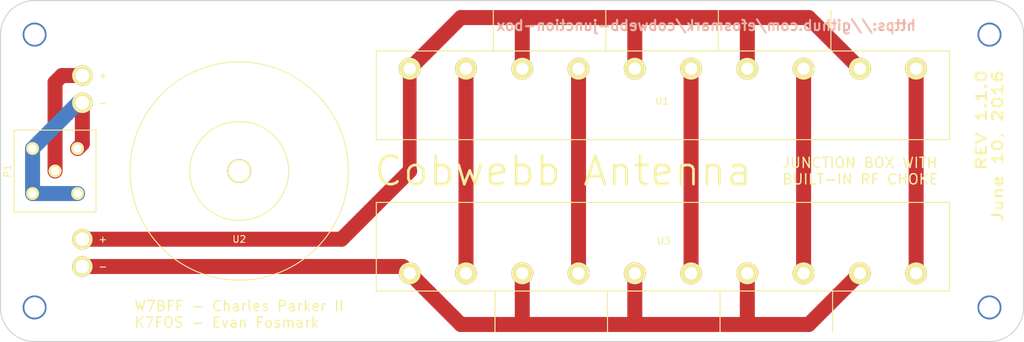
<source format=kicad_pcb>
(kicad_pcb (version 20171130) (host pcbnew "(5.1.12)-1")

  (general
    (thickness 1.6)
    (drawings 13)
    (tracks 41)
    (zones 0)
    (modules 8)
    (nets 10)
  )

  (page USLetter)
  (title_block
    (title "Cobwebb Junction Box With RF Choke")
    (date 2016-06-11)
    (rev 0.0.1)
    (company "K7FOS & W7BFF")
  )

  (layers
    (0 F.Cu signal)
    (31 B.Cu signal)
    (32 B.Adhes user)
    (33 F.Adhes user)
    (34 B.Paste user)
    (35 F.Paste user)
    (36 B.SilkS user)
    (37 F.SilkS user)
    (38 B.Mask user)
    (39 F.Mask user)
    (40 Dwgs.User user)
    (41 Cmts.User user)
    (42 Eco1.User user)
    (43 Eco2.User user hide)
    (44 Edge.Cuts user)
    (45 Margin user hide)
    (46 B.CrtYd user hide)
    (47 F.CrtYd user hide)
    (48 B.Fab user hide)
    (49 F.Fab user hide)
  )

  (setup
    (last_trace_width 2.2)
    (trace_clearance 0.3)
    (zone_clearance 0.508)
    (zone_45_only no)
    (trace_min 0.2)
    (via_size 0.6)
    (via_drill 0.4)
    (via_min_size 0.4)
    (via_min_drill 0.3)
    (uvia_size 0.3)
    (uvia_drill 0.1)
    (uvias_allowed no)
    (uvia_min_size 0.2)
    (uvia_min_drill 0.1)
    (edge_width 0.15)
    (segment_width 0.2)
    (pcb_text_width 0.3)
    (pcb_text_size 1.5 1.5)
    (mod_edge_width 0.15)
    (mod_text_size 1 1)
    (mod_text_width 0.15)
    (pad_size 3.5 3.5)
    (pad_drill 3)
    (pad_to_mask_clearance 0.2)
    (aux_axis_origin 0 0)
    (visible_elements 7FFFFFFF)
    (pcbplotparams
      (layerselection 0x010ff_80000001)
      (usegerberextensions false)
      (usegerberattributes true)
      (usegerberadvancedattributes true)
      (creategerberjobfile true)
      (excludeedgelayer false)
      (linewidth 0.100000)
      (plotframeref true)
      (viasonmask false)
      (mode 1)
      (useauxorigin false)
      (hpglpennumber 1)
      (hpglpenspeed 20)
      (hpglpendiameter 15.000000)
      (psnegative false)
      (psa4output false)
      (plotreference true)
      (plotvalue true)
      (plotinvisibletext false)
      (padsonsilk true)
      (subtractmaskfromsilk true)
      (outputformat 1)
      (mirror false)
      (drillshape 0)
      (scaleselection 1)
      (outputdirectory "resources/gerber-files/"))
  )

  (net 0 "")
  (net 1 "Net-(P1-Pad1)")
  (net 2 "Net-(P1-Pad2)")
  (net 3 "Net-(U1-Pad1)")
  (net 4 "Net-(U1-Pad10)")
  (net 5 "Net-(U1-Pad3)")
  (net 6 "Net-(U1-Pad5)")
  (net 7 "Net-(U1-Pad7)")
  (net 8 "Net-(U1-Pad9)")
  (net 9 "Net-(U2-Pad4)")

  (net_class Default "This is the default net class."
    (clearance 0.3)
    (trace_width 2.2)
    (via_dia 0.6)
    (via_drill 0.4)
    (uvia_dia 0.3)
    (uvia_drill 0.1)
    (add_net "Net-(P1-Pad1)")
    (add_net "Net-(P1-Pad2)")
    (add_net "Net-(U1-Pad1)")
    (add_net "Net-(U1-Pad10)")
    (add_net "Net-(U1-Pad3)")
    (add_net "Net-(U1-Pad5)")
    (add_net "Net-(U1-Pad7)")
    (add_net "Net-(U1-Pad9)")
    (add_net "Net-(U2-Pad4)")
  )

  (module 60-clock:1pin (layer F.Cu) (tedit 575C6FB4) (tstamp 575BC4F2)
    (at 70 75)
    (descr "module 1 pin (ou trou mecanique de percage)")
    (tags DEV)
    (fp_text reference REF**1111 (at 5 -3.048) (layer F.SilkS) hide
      (effects (font (size 1 1) (thickness 0.15)))
    )
    (fp_text value 1pin (at 5 0) (layer F.Fab)
      (effects (font (size 1 1) (thickness 0.15)))
    )
    (pad 1 thru_hole circle (at 0 0) (size 3.5 3.5) (drill 3) (layers *.Cu *.Mask))
  )

  (module 60-clock:1pin (layer F.Cu) (tedit 575C6FC8) (tstamp 575BCD09)
    (at 210 115)
    (descr "module 1 pin (ou trou mecanique de percage)")
    (tags DEV)
    (fp_text reference REF**1122 (at 0 -3.048) (layer F.SilkS) hide
      (effects (font (size 1 1) (thickness 0.15)))
    )
    (fp_text value 1pin (at 0 2.794) (layer F.Fab)
      (effects (font (size 1 1) (thickness 0.15)))
    )
    (pad 1 thru_hole circle (at 0 0) (size 3.5 3.5) (drill 3) (layers *.Cu *.Mask))
  )

  (module 60-clock:1pin (layer F.Cu) (tedit 575C6FBA) (tstamp 575BCD05)
    (at 70 115)
    (descr "module 1 pin (ou trou mecanique de percage)")
    (tags DEV)
    (fp_text reference REF**1112 (at 0 -3.048) (layer F.SilkS) hide
      (effects (font (size 1 1) (thickness 0.15)))
    )
    (fp_text value 1pin (at 0 2.794) (layer F.Fab)
      (effects (font (size 1 1) (thickness 0.15)))
    )
    (pad 1 thru_hole circle (at 0 0) (size 3.5 3.5) (drill 3) (layers *.Cu *.Mask))
  )

  (module 60-clock:1pin (layer F.Cu) (tedit 575C6FC2) (tstamp 575BCD01)
    (at 210 75)
    (descr "module 1 pin (ou trou mecanique de percage)")
    (tags DEV)
    (fp_text reference REF**1121 (at -5 -3.048) (layer F.SilkS) hide
      (effects (font (size 1 1) (thickness 0.15)))
    )
    (fp_text value 1pin (at 0 2.794) (layer F.Fab)
      (effects (font (size 1 1) (thickness 0.15)))
    )
    (pad 1 thru_hole circle (at 0 0) (size 3.5 3.5) (drill 3) (layers *.Cu *.Mask))
  )

  (module CobwebbJunctionBox:Terminal_Block_10_Pin (layer F.Cu) (tedit 575BBCC4) (tstamp 575BC1B3)
    (at 199.25 80 180)
    (path /575BAF8D)
    (fp_text reference U1 (at 37.25 -4.75 180) (layer F.SilkS)
      (effects (font (size 1 1) (thickness 0.15)))
    )
    (fp_text value Terminal_Block_10_Pin (at 36.25 -6.75 180) (layer F.Fab)
      (effects (font (size 1 1) (thickness 0.15)))
    )
    (fp_line (start 62 2.6) (end 62 8.6) (layer F.SilkS) (width 0.15))
    (fp_line (start 45.5 2.6) (end 45.5 8.6) (layer F.SilkS) (width 0.15))
    (fp_line (start 29 2.6) (end 29 8.6) (layer F.SilkS) (width 0.15))
    (fp_line (start -4.9 2.6) (end -4.9 -10.4) (layer F.SilkS) (width 0.15))
    (fp_line (start -4.9 -10.4) (end 79.15 -10.4) (layer F.SilkS) (width 0.15))
    (fp_line (start 79.15 -10.4) (end 79.15 2.6) (layer F.SilkS) (width 0.15))
    (fp_line (start 79.15 2.6) (end -4.9 2.6) (layer F.SilkS) (width 0.15))
    (fp_line (start 12.5 2.6) (end 12.5 8.6) (layer F.SilkS) (width 0.15))
    (pad 1 thru_hole circle (at 0 0 180) (size 3.2 3.2) (drill 1.8) (layers *.Cu *.Mask F.SilkS)
      (net 3 "Net-(U1-Pad1)"))
    (pad 2 thru_hole circle (at 8.25 0 180) (size 3.2 3.2) (drill 1.8) (layers *.Cu *.Mask F.SilkS)
      (net 4 "Net-(U1-Pad10)"))
    (pad 3 thru_hole circle (at 16.5 0 180) (size 3.2 3.2) (drill 1.8) (layers *.Cu *.Mask F.SilkS)
      (net 5 "Net-(U1-Pad3)"))
    (pad 4 thru_hole circle (at 24.75 0 180) (size 3.2 3.2) (drill 1.8) (layers *.Cu *.Mask F.SilkS)
      (net 4 "Net-(U1-Pad10)"))
    (pad 5 thru_hole circle (at 33 0 180) (size 3.2 3.2) (drill 1.8) (layers *.Cu *.Mask F.SilkS)
      (net 6 "Net-(U1-Pad5)"))
    (pad 6 thru_hole circle (at 41.25 0 180) (size 3.2 3.2) (drill 1.8) (layers *.Cu *.Mask F.SilkS)
      (net 4 "Net-(U1-Pad10)"))
    (pad 7 thru_hole circle (at 49.5 0 180) (size 3.2 3.2) (drill 1.8) (layers *.Cu *.Mask F.SilkS)
      (net 7 "Net-(U1-Pad7)"))
    (pad 8 thru_hole circle (at 57.75 0 180) (size 3.2 3.2) (drill 1.8) (layers *.Cu *.Mask F.SilkS)
      (net 4 "Net-(U1-Pad10)"))
    (pad 9 thru_hole circle (at 66 0 180) (size 3.2 3.2) (drill 1.8) (layers *.Cu *.Mask F.SilkS)
      (net 8 "Net-(U1-Pad9)"))
    (pad 10 thru_hole circle (at 74.25 0 180) (size 3.2 3.2) (drill 1.8) (layers *.Cu *.Mask F.SilkS)
      (net 4 "Net-(U1-Pad10)"))
  )

  (module CobwebbJunctionBox:RF_Choke_T106-2 (layer F.Cu) (tedit 575C6FE0) (tstamp 575BC1C2)
    (at 100 95)
    (path /575BB2DA)
    (fp_text reference U2 (at 0 10) (layer F.SilkS)
      (effects (font (size 1 1) (thickness 0.15)))
    )
    (fp_text value RF_Choke (at 0 -11) (layer F.Fab)
      (effects (font (size 1 1) (thickness 0.15)))
    )
    (fp_circle (center 0 0) (end 16 0) (layer F.SilkS) (width 0.15))
    (fp_circle (center 0 0) (end 7.25 0) (layer F.SilkS) (width 0.15))
    (fp_text user - (at -20 -10) (layer F.SilkS)
      (effects (font (size 1 1) (thickness 0.15)))
    )
    (fp_text user + (at -20 -14) (layer F.SilkS)
      (effects (font (size 1 1) (thickness 0.15)))
    )
    (fp_text user + (at -20 10) (layer F.SilkS)
      (effects (font (size 1 1) (thickness 0.15)))
    )
    (fp_text user - (at -20 14) (layer F.SilkS)
      (effects (font (size 1 1) (thickness 0.15)))
    )
    (pad "" thru_hole circle (at 0 0) (size 3.5 3.5) (drill 3) (layers *.Cu *.Mask F.SilkS))
    (pad 1 thru_hole circle (at -23 -14) (size 3 3) (drill 2) (layers *.Cu *.Mask F.SilkS)
      (net 2 "Net-(P1-Pad2)"))
    (pad 2 thru_hole circle (at -23 -10) (size 3 3) (drill 2) (layers *.Cu *.Mask F.SilkS)
      (net 1 "Net-(P1-Pad1)"))
    (pad 3 thru_hole circle (at -23 10) (size 3 3) (drill 2) (layers *.Cu *.Mask F.SilkS)
      (net 4 "Net-(U1-Pad10)"))
    (pad 4 thru_hole circle (at -23 14) (size 3 3) (drill 2) (layers *.Cu *.Mask F.SilkS)
      (net 9 "Net-(U2-Pad4)"))
  )

  (module CobwebbJunctionBox:Terminal_Block_10_Pin (layer F.Cu) (tedit 575BBCC4) (tstamp 575BC1D8)
    (at 125 110)
    (path /575BB028)
    (fp_text reference U3 (at 37.25 -4.75) (layer F.SilkS)
      (effects (font (size 1 1) (thickness 0.15)))
    )
    (fp_text value Terminal_Block_10_Pin (at 36.25 -6.75) (layer F.Fab)
      (effects (font (size 1 1) (thickness 0.15)))
    )
    (fp_line (start 62 2.6) (end 62 8.6) (layer F.SilkS) (width 0.15))
    (fp_line (start 45.5 2.6) (end 45.5 8.6) (layer F.SilkS) (width 0.15))
    (fp_line (start 29 2.6) (end 29 8.6) (layer F.SilkS) (width 0.15))
    (fp_line (start -4.9 2.6) (end -4.9 -10.4) (layer F.SilkS) (width 0.15))
    (fp_line (start -4.9 -10.4) (end 79.15 -10.4) (layer F.SilkS) (width 0.15))
    (fp_line (start 79.15 -10.4) (end 79.15 2.6) (layer F.SilkS) (width 0.15))
    (fp_line (start 79.15 2.6) (end -4.9 2.6) (layer F.SilkS) (width 0.15))
    (fp_line (start 12.5 2.6) (end 12.5 8.6) (layer F.SilkS) (width 0.15))
    (pad 1 thru_hole circle (at 0 0) (size 3.2 3.2) (drill 1.8) (layers *.Cu *.Mask F.SilkS)
      (net 9 "Net-(U2-Pad4)"))
    (pad 2 thru_hole circle (at 8.25 0) (size 3.2 3.2) (drill 1.8) (layers *.Cu *.Mask F.SilkS)
      (net 8 "Net-(U1-Pad9)"))
    (pad 3 thru_hole circle (at 16.5 0) (size 3.2 3.2) (drill 1.8) (layers *.Cu *.Mask F.SilkS)
      (net 9 "Net-(U2-Pad4)"))
    (pad 4 thru_hole circle (at 24.75 0) (size 3.2 3.2) (drill 1.8) (layers *.Cu *.Mask F.SilkS)
      (net 7 "Net-(U1-Pad7)"))
    (pad 5 thru_hole circle (at 33 0) (size 3.2 3.2) (drill 1.8) (layers *.Cu *.Mask F.SilkS)
      (net 9 "Net-(U2-Pad4)"))
    (pad 6 thru_hole circle (at 41.25 0) (size 3.2 3.2) (drill 1.8) (layers *.Cu *.Mask F.SilkS)
      (net 6 "Net-(U1-Pad5)"))
    (pad 7 thru_hole circle (at 49.5 0) (size 3.2 3.2) (drill 1.8) (layers *.Cu *.Mask F.SilkS)
      (net 9 "Net-(U2-Pad4)"))
    (pad 8 thru_hole circle (at 57.75 0) (size 3.2 3.2) (drill 1.8) (layers *.Cu *.Mask F.SilkS)
      (net 5 "Net-(U1-Pad3)"))
    (pad 9 thru_hole circle (at 66 0) (size 3.2 3.2) (drill 1.8) (layers *.Cu *.Mask F.SilkS)
      (net 9 "Net-(U2-Pad4)"))
    (pad 10 thru_hole circle (at 74.25 0) (size 3.2 3.2) (drill 1.8) (layers *.Cu *.Mask F.SilkS)
      (net 3 "Net-(U1-Pad1)"))
  )

  (module CobwebbJunctionBox:BNC_Connector (layer F.Cu) (tedit 575BD102) (tstamp 575BC19D)
    (at 73 95 270)
    (path /575BB235)
    (fp_text reference P1 (at 0 7 270) (layer F.SilkS)
      (effects (font (size 1 1) (thickness 0.15)))
    )
    (fp_text value BNC (at 0 -7 270) (layer F.Fab)
      (effects (font (size 1 1) (thickness 0.15)))
    )
    (fp_line (start -6 -6) (end 6 -6) (layer F.SilkS) (width 0.15))
    (fp_line (start 6 -6) (end 6 6) (layer F.SilkS) (width 0.15))
    (fp_line (start 6 6) (end -6 6) (layer F.SilkS) (width 0.15))
    (fp_line (start -6 6) (end -6 -6) (layer F.SilkS) (width 0.15))
    (pad 2 thru_hole circle (at 0 0 270) (size 1.9 1.9) (drill 1.2) (layers *.Cu *.Mask F.SilkS)
      (net 2 "Net-(P1-Pad2)"))
    (pad 1 thru_hole circle (at -3.3 -3.3 270) (size 1.9 1.9) (drill 1.2) (layers *.Cu *.Mask F.SilkS)
      (net 1 "Net-(P1-Pad1)"))
    (pad 1 thru_hole circle (at 3.3 -3.3 270) (size 1.9 1.9) (drill 1.2) (layers *.Cu *.Mask F.SilkS)
      (net 1 "Net-(P1-Pad1)"))
    (pad 1 thru_hole circle (at -3.3 3.3 270) (size 1.9 1.9) (drill 1.2) (layers *.Cu *.Mask F.SilkS)
      (net 1 "Net-(P1-Pad1)"))
    (pad 1 thru_hole circle (at 3.3 3.3 270) (size 1.9 1.9) (drill 1.2) (layers *.Cu *.Mask F.SilkS)
      (net 1 "Net-(P1-Pad1)"))
  )

  (gr_text https://github.com/efosmark/cobwebb-junction-box (at 199.39 73.66) (layer B.SilkS)
    (effects (font (size 1.5 1.5) (thickness 0.3)) (justify left mirror))
  )
  (gr_text "REV 1.1.0\nJune 10, 2016" (at 210 80 90) (layer F.SilkS)
    (effects (font (size 1.5 2) (thickness 0.3)) (justify right))
  )
  (gr_text "W7BFF - Charles Parker II\nK7FOS - Evan Fosmark" (at 84.5 116) (layer F.SilkS)
    (effects (font (size 1.5 1.5) (thickness 0.2)) (justify left))
  )
  (gr_text "JUNCTION BOX WITH\nBUILT-IN RF CHOKE" (at 179.5 95) (layer F.SilkS)
    (effects (font (size 1.5 1.5) (thickness 0.2)) (justify left))
  )
  (gr_text "Cobwebb Antenna" (at 147.5 95) (layer F.SilkS)
    (effects (font (size 4.2 4.2) (thickness 0.4)))
  )
  (gr_arc (start 210 75) (end 210 70) (angle 90) (layer Edge.Cuts) (width 0.15))
  (gr_arc (start 210 115) (end 215 115) (angle 90) (layer Edge.Cuts) (width 0.15))
  (gr_arc (start 70 115) (end 70 120) (angle 90) (layer Edge.Cuts) (width 0.15))
  (gr_arc (start 70 75) (end 65 75) (angle 90) (layer Edge.Cuts) (width 0.15))
  (gr_line (start 210 70) (end 70 70) (layer Edge.Cuts) (width 0.15))
  (gr_line (start 215 115) (end 215 75) (layer Edge.Cuts) (width 0.15))
  (gr_line (start 70 120) (end 210 120) (layer Edge.Cuts) (width 0.15))
  (gr_line (start 65 75) (end 65 115) (layer Edge.Cuts) (width 0.15))

  (segment (start 69.7 98.3) (end 76.3 98.3) (width 2.2) (layer B.Cu) (net 1))
  (segment (start 69.7 91.7) (end 69.7 98.3) (width 2.2) (layer B.Cu) (net 1))
  (segment (start 77 85) (end 76.4 85) (width 2.2) (layer B.Cu) (net 1))
  (segment (start 76.4 85) (end 69.7 91.7) (width 2.2) (layer B.Cu) (net 1))
  (segment (start 77 85) (end 77 91) (width 2.2) (layer F.Cu) (net 1))
  (segment (start 77 91) (end 76.3 91.7) (width 2.2) (layer F.Cu) (net 1))
  (segment (start 73 95) (end 73 82) (width 2.2) (layer F.Cu) (net 2))
  (segment (start 73 82) (end 74 81) (width 2.2) (layer F.Cu) (net 2))
  (segment (start 74 81) (end 77 81) (width 2.2) (layer F.Cu) (net 2))
  (segment (start 199.25 80) (end 199.25 110) (width 2.2) (layer F.Cu) (net 3))
  (segment (start 174 72.5) (end 158 72.5) (width 2.2) (layer F.Cu) (net 4))
  (segment (start 191 80) (end 183.5 72.5) (width 2.2) (layer F.Cu) (net 4))
  (segment (start 183.5 72.5) (end 174 72.5) (width 2.2) (layer F.Cu) (net 4))
  (segment (start 125 80) (end 132.5 72.5) (width 2.2) (layer F.Cu) (net 4))
  (segment (start 132.5 72.5) (end 142 72.5) (width 2.2) (layer F.Cu) (net 4))
  (segment (start 141.5 80) (end 141.5 73) (width 2.2) (layer F.Cu) (net 4))
  (segment (start 141.5 73) (end 142 72.5) (width 2.2) (layer F.Cu) (net 4))
  (segment (start 158 80) (end 158 72.5) (width 2.2) (layer F.Cu) (net 4))
  (segment (start 142 72.5) (end 158 72.5) (width 2.2) (layer F.Cu) (net 4))
  (segment (start 174.5 80) (end 174.5 73) (width 2.2) (layer F.Cu) (net 4))
  (segment (start 174.5 73) (end 174 72.5) (width 2.2) (layer F.Cu) (net 4))
  (segment (start 77 105) (end 115 105) (width 2.2) (layer F.Cu) (net 4))
  (segment (start 115 105) (end 125 95) (width 2.2) (layer F.Cu) (net 4))
  (segment (start 125 95) (end 125 80) (width 2) (layer F.Cu) (net 4))
  (segment (start 182.75 80) (end 182.75 110) (width 2.2) (layer F.Cu) (net 5))
  (segment (start 166.25 80) (end 166.25 110) (width 2.2) (layer F.Cu) (net 6))
  (segment (start 149.75 80) (end 149.75 110) (width 2.2) (layer F.Cu) (net 7))
  (segment (start 133.25 80) (end 133.25 110) (width 2.2) (layer F.Cu) (net 8))
  (segment (start 174 117.5) (end 158 117.5) (width 2.2) (layer F.Cu) (net 9))
  (segment (start 191 110) (end 183.5 117.5) (width 2.2) (layer F.Cu) (net 9))
  (segment (start 183.5 117.5) (end 174 117.5) (width 2.2) (layer F.Cu) (net 9))
  (segment (start 125 110) (end 132.5 117.5) (width 2.2) (layer F.Cu) (net 9))
  (segment (start 132.5 117.5) (end 142 117.5) (width 2.2) (layer F.Cu) (net 9))
  (segment (start 141.5 110) (end 141.5 117) (width 2.2) (layer F.Cu) (net 9))
  (segment (start 141.5 117) (end 142 117.5) (width 2.2) (layer F.Cu) (net 9))
  (segment (start 158 110) (end 158 117.5) (width 2.2) (layer F.Cu) (net 9))
  (segment (start 142 117.5) (end 158 117.5) (width 2.2) (layer F.Cu) (net 9))
  (segment (start 174.5 110) (end 174.5 117) (width 2.2) (layer F.Cu) (net 9))
  (segment (start 174.5 117) (end 174 117.5) (width 2.2) (layer F.Cu) (net 9))
  (segment (start 77 109) (end 124 109) (width 2.2) (layer F.Cu) (net 9))
  (segment (start 124 109) (end 125 110) (width 2.2) (layer F.Cu) (net 9))

)

</source>
